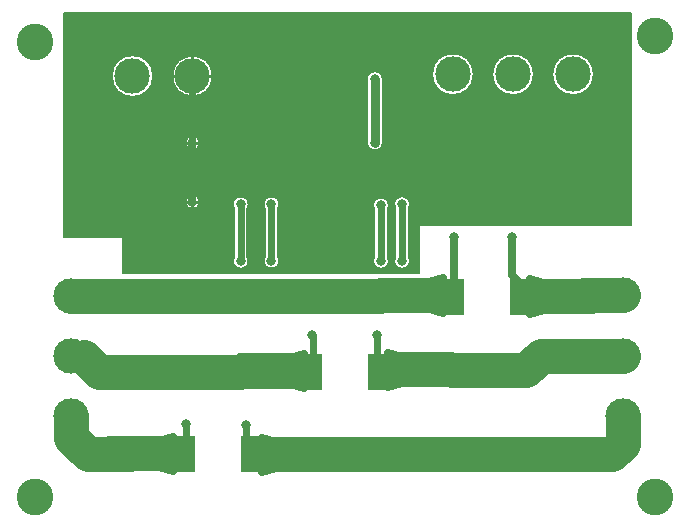
<source format=gbr>
G04 DesignSpark PCB Gerber Version 9.0 Build 5138 *
G04 #@! TF.Part,Single*
G04 #@! TF.FileFunction,Copper,L2,Bot *
G04 #@! TF.FilePolarity,Positive *
%FSLAX35Y35*%
%MOIN*%
G04 #@! TA.AperFunction,SMDPad,CuDef*
%ADD146R,0.07100X0.12200*%
G04 #@! TD.AperFunction*
%ADD12C,0.00500*%
%ADD76C,0.01000*%
%ADD21C,0.01575*%
%ADD124C,0.02362*%
%ADD145C,0.02500*%
%ADD23C,0.02520*%
%ADD11C,0.03150*%
G04 #@! TA.AperFunction,ViaPad*
%ADD125C,0.03189*%
G04 #@! TA.AperFunction,ComponentPad*
%ADD129C,0.11811*%
G04 #@! TA.AperFunction,WasherPad*
%ADD126C,0.12205*%
X0Y0D02*
D02*
D11*
X124659Y128675D02*
Y149856D01*
D02*
D12*
X40801Y97100D02*
Y85289D01*
X139226*
Y101037*
X210093*
Y171766*
X21116*
Y97100*
X40801*
X36909Y150841D02*
G75*
G02X50795I6943D01*
G01*
G75*
G02X36909I-6943*
G01*
X57106D02*
G75*
G02X70598I6746D01*
G01*
G75*
G02X57106I-6746*
G01*
X61417Y108911D02*
G75*
G02X66287I2435D01*
G01*
G75*
G02X61417I-2435*
G01*
Y128596D02*
G75*
G02X66287I2435D01*
G01*
G75*
G02X61417I-2435*
G01*
X77303Y108124D02*
G75*
G02X82567I2632D01*
G01*
G75*
G02X82154Y106708I-2632*
G01*
Y90643*
G75*
G02X82567Y89226I-2219J-1416*
G01*
G75*
G02X77303I-2632*
G01*
G75*
G02X77717Y90643I2632*
G01*
Y106708*
G75*
G02X77303Y108124I2219J1416*
G01*
X87539D02*
G75*
G02X92803I2632D01*
G01*
G75*
G02X92390Y106708I-2632*
G01*
Y90643*
G75*
G02X92803Y89226I-2219J-1416*
G01*
G75*
G02X87539I-2632*
G01*
G75*
G02X87953Y90643I2632*
G01*
Y106708*
G75*
G02X87539Y108124I2219J1416*
G01*
X122028Y149856D02*
G75*
G02X127291I2632D01*
G01*
G75*
G02X127272Y149535I-2631*
G01*
Y128996*
G75*
G02X127291Y128675I-2612J-321*
G01*
G75*
G02X122028I-2632*
G01*
G75*
G02X122047Y128996I2631*
G01*
Y149535*
G75*
G02X122028Y149856I2612J321*
G01*
X124055Y107730D02*
G75*
G02X129319I2632D01*
G01*
G75*
G02X128906Y106314I-2632*
G01*
Y90643*
G75*
G02X129319Y89226I-2219J-1416*
G01*
G75*
G02X124055I-2632*
G01*
G75*
G02X124469Y90643I2632*
G01*
Y106314*
G75*
G02X124055Y107730I2219J1416*
G01*
X131083Y108124D02*
G75*
G02X136346I2632D01*
G01*
G75*
G02X135933Y106708I-2632*
G01*
Y90643*
G75*
G02X136346Y89226I-2219J-1416*
G01*
G75*
G02X131083I-2632*
G01*
G75*
G02X131496Y90643I2632*
G01*
Y106708*
G75*
G02X131083Y108124I2219J1416*
G01*
X143701Y151431D02*
G75*
G02X157587I6943D01*
G01*
G75*
G02X143701I-6943*
G01*
X163780D02*
G75*
G02X177665I6943D01*
G01*
G75*
G02X163780I-6943*
G01*
X183780D02*
G75*
G02X197665I6943D01*
G01*
G75*
G02X183780I-6943*
G01*
X21366Y108911D02*
G36*
Y97100D01*
X40801*
Y85539*
X139226*
Y101037*
X209843*
Y108911*
X136226*
G75*
G02X136346Y108124I-2511J-787*
G01*
G75*
G02X135933Y106708I-2632*
G01*
Y90643*
G75*
G02X136346Y89226I-2219J-1416*
G01*
G75*
G02X131083I-2632*
G01*
G75*
G02X131496Y90643I2632*
G01*
Y106708*
G75*
G02X131083Y108124I2219J1416*
G01*
G75*
G02X131203Y108911I2632J0*
G01*
X129039*
G75*
G02X129319Y107730I-2352J-1181*
G01*
G75*
G02X128906Y106314I-2632*
G01*
Y90643*
G75*
G02X129319Y89226I-2219J-1416*
G01*
G75*
G02X124055I-2632*
G01*
G75*
G02X124469Y90643I2632*
G01*
Y106314*
G75*
G02X124055Y107730I2219J1416*
G01*
G75*
G02X124335Y108911I2632*
G01*
X92683*
G75*
G02X92803Y108124I-2511J-787*
G01*
G75*
G02X92390Y106708I-2632*
G01*
Y90643*
G75*
G02X92803Y89226I-2219J-1416*
G01*
G75*
G02X87539I-2632*
G01*
G75*
G02X87953Y90643I2632*
G01*
Y106708*
G75*
G02X87539Y108124I2219J1416*
G01*
G75*
G02X87660Y108911I2632J0*
G01*
X82446*
G75*
G02X82567Y108124I-2511J-787*
G01*
G75*
G02X82154Y106708I-2632*
G01*
Y90643*
G75*
G02X82567Y89226I-2219J-1416*
G01*
G75*
G02X77303I-2632*
G01*
G75*
G02X77717Y90643I2632*
G01*
Y106708*
G75*
G02X77303Y108124I2219J1416*
G01*
G75*
G02X77424Y108911I2632J0*
G01*
X66287*
G75*
G02X61417I-2435*
G01*
X21366*
G37*
Y128596D02*
G36*
Y108911D01*
X61417*
G75*
G02X66287I2435*
G01*
X77424*
G75*
G02X82446I2511J-787*
G01*
X87660*
G75*
G02X92683I2511J-787*
G01*
X124335*
G75*
G02X129039I2352J-1181*
G01*
X131203*
G75*
G02X136226I2511J-787*
G01*
X209843*
Y128596*
X127290*
G75*
G02X122029I-2631J79*
G01*
X66287*
G75*
G02X61417I-2435*
G01*
X21366*
G37*
Y150841D02*
G36*
Y128596D01*
X61417*
G75*
G02X66287I2435*
G01*
X122029*
G75*
G02X122028Y128675I2631J79*
G01*
G75*
G02X122047Y128996I2735J-6*
G01*
Y149535*
G75*
G02X122028Y149856I2715J328*
G01*
G75*
G02X122219Y150841I2632*
G01*
X70598*
G75*
G02X57106I-6746*
G01*
X50795*
G75*
G02X36909I-6943*
G01*
X21366*
G37*
X127272Y149535D02*
G36*
Y128996D01*
G75*
G02X127291Y128675I-2715J-328*
G01*
G75*
G02X127290Y128596I-2633*
G01*
X209843*
Y150841*
X197640*
G75*
G02X183805I-6918J591*
G01*
X177640*
G75*
G02X163805I-6918J591*
G01*
X157561*
G75*
G02X143726I-6918J591*
G01*
X127100*
G75*
G02X127291Y149856I-2441J-984*
G01*
G75*
G02X127272Y149535I-2735J6*
G01*
G37*
X21366Y171516D02*
G36*
Y150841D01*
X36909*
G75*
G02X50795I6943*
G01*
X57106*
G75*
G02X70598I6746*
G01*
X122219*
G75*
G02X127100I2441J-984*
G01*
X143726*
G75*
G02X143701Y151431I6918J591*
G01*
G75*
G02X157587I6943*
G01*
G75*
G02X157561Y150841I-6943J0*
G01*
X163805*
G75*
G02X163780Y151431I6918J591*
G01*
G75*
G02X177665I6943*
G01*
G75*
G02X177640Y150841I-6943J0*
G01*
X183805*
G75*
G02X183780Y151431I6918J591*
G01*
G75*
G02X197665I6943*
G01*
G75*
G02X197640Y150841I-6943J0*
G01*
X209843*
Y171516*
X21366*
G37*
D02*
D21*
X61667Y25148D02*
X61297Y24778D01*
X63852Y128596D02*
X81746Y26329*
X83297Y24778D01*
X103793Y64423D02*
X104187D01*
Y58518D02*
X93951Y48281D01*
X93557*
Y51549*
X125447Y52707D02*
X125817Y52337D01*
X203813Y24778D02*
X204394Y25358D01*
D02*
D23*
X23478Y57455D02*
X23872Y57061D01*
X27809*
X43163Y24778D02*
X43951Y23990D01*
X63852Y128596D02*
Y108911D01*
X79778Y52337D02*
Y51943D01*
X126211D02*
X125817Y52337D01*
X126211Y52730D02*
X125817Y52337D01*
X151037Y97100D02*
Y80289D01*
X147494Y76746*
X170329Y97100D02*
Y84620D01*
X178596Y76352*
D02*
D76*
X58447Y150841D02*
X56856D01*
X62758Y108911D02*
X61167D01*
X62758Y128596D02*
X61167D01*
X63852Y107817D02*
Y106226D01*
Y110006D02*
Y111596D01*
Y127502D02*
Y125911D01*
Y129691D02*
Y131281D01*
Y145435D02*
Y143844D01*
Y156246D02*
Y157837D01*
X64947Y108911D02*
X66537D01*
X64947Y128596D02*
X66537D01*
X69258Y150841D02*
X70848D01*
D02*
D124*
X61667Y34896D02*
Y25148D01*
X63852Y150841D02*
Y128596D01*
X79935Y108124D02*
Y89226D01*
X81746Y34502D02*
Y26329D01*
X90171Y108124D02*
Y89226D01*
X104187Y64423D02*
Y58518D01*
X125447Y64423D02*
Y52707D01*
X126687Y107730D02*
Y89226D01*
X133715Y108124D02*
Y89226D01*
D02*
D125*
X61667Y34896D03*
X63852Y108911D03*
Y128596D03*
X79935Y89226D03*
Y108124D03*
X81746Y34502D03*
X90171Y89226D03*
Y108124D03*
X103793Y64423D03*
X124659Y128675D03*
Y149856D03*
X125447Y64423D03*
X126687Y89226D03*
Y107730D03*
X133715Y89226D03*
Y108124D03*
X151037Y97100D03*
X170329D03*
D02*
D126*
X11274Y10486D03*
Y162061D03*
X217967Y10486D03*
Y164030D03*
D02*
D129*
X23478Y37455D03*
Y30289D01*
X28990Y24778*
X43163*
X23478Y57455D03*
Y77533D03*
X126234D01*
X27809Y57061D02*
X32533Y52337D01*
X79778*
X43852Y150841D03*
X63852D03*
X105762Y24778D02*
X203813D01*
X150644Y151431D03*
X170722D03*
X190722D03*
X204394Y25358D02*
X207238Y28203D01*
Y37652*
D03*
Y57652D03*
X179974D01*
X175053Y52730*
X150250*
X207238Y77730D03*
X194344D01*
D02*
D145*
X55368Y20447D02*
X36077D01*
Y29502*
X55368*
Y20447*
G36*
X36077*
Y29502*
X55368*
Y20447*
G37*
X57337Y19266D02*
Y23990D01*
X40801*
X57337Y19266*
G36*
Y23990*
X40801*
X57337Y19266*
G37*
Y30683D02*
Y25959D01*
X40801*
X57337Y30683*
G36*
Y25959*
X40801*
X57337Y30683*
G37*
X86864Y18872D02*
Y23596D01*
X103400*
X86864Y18872*
G36*
Y23596*
X103400*
X86864Y18872*
G37*
Y30289D02*
Y25565D01*
X103400*
X86864Y30289*
G36*
Y25565*
X103400*
X86864Y30289*
G37*
X88833Y29108D02*
X108124D01*
Y20053*
X88833*
Y29108*
G36*
X108124*
Y20053*
X88833*
Y29108*
G37*
X99069Y48006D02*
X79778D01*
Y57061*
X99069*
Y48006*
G36*
X79778*
Y57061*
X99069*
Y48006*
G37*
X101037Y46825D02*
Y51549D01*
X84502*
X101037Y46825*
G36*
Y51549*
X84502*
X101037Y46825*
G37*
Y58242D02*
Y53518D01*
X84502*
X101037Y58242*
G36*
Y53518*
X84502*
X101037Y58242*
G37*
X128990Y47219D02*
Y51943D01*
X145526*
X128990Y47219*
G36*
Y51943*
X145526*
X128990Y47219*
G37*
Y58636D02*
Y53911D01*
X145526*
X128990Y58636*
G36*
Y53911*
X145526*
X128990Y58636*
G37*
X130959Y57455D02*
X150250D01*
Y48400*
X130959*
Y57455*
G36*
X150250*
Y48400*
X130959*
Y57455*
G37*
X145526Y73203D02*
X126234D01*
Y82258*
X145526*
Y73203*
G36*
X126234*
Y82258*
X145526*
Y73203*
G37*
X147494Y72022D02*
Y76746D01*
X130959*
X147494Y72022*
G36*
Y76746*
X130959*
X147494Y72022*
G37*
Y83439D02*
Y78715D01*
X130959*
X147494Y83439*
G36*
Y78715*
X130959*
X147494Y83439*
G37*
X176234Y71628D02*
Y76352D01*
X192770*
X176234Y71628*
G36*
Y76352*
X192770*
X176234Y71628*
G37*
Y83045D02*
Y78321D01*
X192770*
X176234Y83045*
G36*
Y78321*
X192770*
X176234Y83045*
G37*
X178203Y81864D02*
X197494D01*
Y72809*
X178203*
Y81864*
G36*
X197494*
Y72809*
X178203*
Y81864*
G37*
D02*
D146*
X61297Y24778D03*
X83297D03*
X103817Y52337D03*
X125817D03*
X151061Y77140D03*
X173061D03*
X0Y0D02*
M02*

</source>
